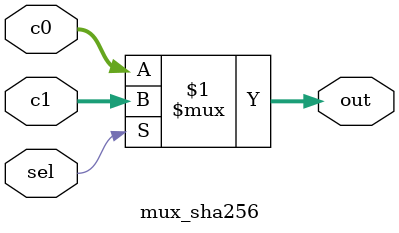
<source format=v>
`default_nettype none
module mux_sha256(
    input  wire [255:0] c0,
    input  wire [255:0] c1,
    input  wire         sel,
    output wire [255:0] out
);
    assign out = (sel) ? c1 : c0;

endmodule
</source>
